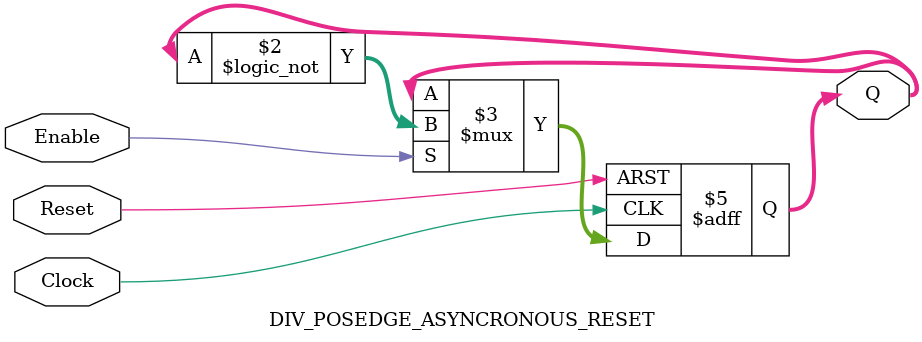
<source format=v>
`timescale 1ns / 1ps
module UPCOUNTER_POSEDGE # (parameter SIZE=16)
(
input wire Clock, Reset,
input wire [SIZE-1:0] Initial,
input wire Enable,
output reg [SIZE-1:0] Q
);


  always @(posedge Clock )
  begin
      if (Reset)
        Q = Initial;
      else
		begin
		if (Enable)
			Q = Q + 1;
			
		end			
  end

endmodule
//----------------------------------------------------
module UPCOUNTER_POSEDGE_ASYRET # (parameter SIZE=16)
(
input wire Reset,
input wire Clock,
output reg [SIZE-1:0] Q
);


  always @(posedge Clock or posedge Reset )
  begin
      if (Reset) begin
			Q <=0;
		end else begin
			Q <= Q + 1;
		end
  end



endmodule




//----------------------------------------------------
module FFD_POSEDGE_SYNCRONOUS_RESET # ( parameter SIZE=8 )
(
	input wire				Clock,
	input wire				Reset,
	input wire				Enable,
	input wire [SIZE-1:0]	D,
	output reg [SIZE-1:0]	Q
);
	

always @ (posedge Clock) 
begin
	if ( Reset )
		Q <= 0;
	else
	begin	
		if (Enable) 
			Q <= D; 
	end	
 
end//always

endmodule


//----------------------------------------------------------------------
//----------------------------------------------------
module DIV_POSEDGE_ASYNCRONOUS_RESET # ( parameter SIZE=8 )
(
	input wire				Clock,
	input wire				Reset,
	input wire				Enable,
	output reg [SIZE-1:0]	Q
);
	

always @ (posedge Clock or posedge Reset) 
begin
	if ( Reset )
		Q <= 1;
	else
	begin	
		if (Enable) 
			Q <= !Q; 
	end	
 
end//always

endmodule


</source>
